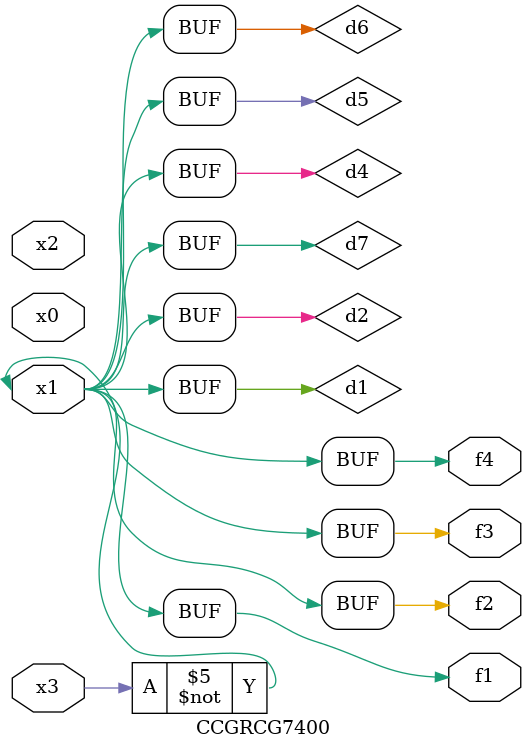
<source format=v>
module CCGRCG7400(
	input x0, x1, x2, x3,
	output f1, f2, f3, f4
);

	wire d1, d2, d3, d4, d5, d6, d7;

	not (d1, x3);
	buf (d2, x1);
	xnor (d3, d1, d2);
	nor (d4, d1);
	buf (d5, d1, d2);
	buf (d6, d4, d5);
	nand (d7, d4);
	assign f1 = d6;
	assign f2 = d7;
	assign f3 = d6;
	assign f4 = d6;
endmodule

</source>
